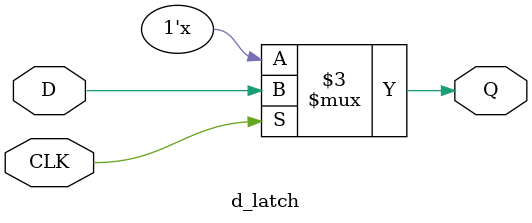
<source format=v>
/*
Joel Brigida
CDA 4240C: Digital Design Lab
This is a D-Latch Example
*/

module d_latch (D, CLK, Q);
    input D, CLK;
    output reg Q;

    always @(D, CLK) begin
        if (CLK)
            Q = D;
    end

endmodule
</source>
